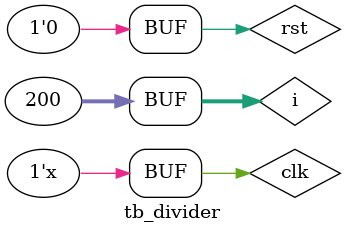
<source format=sv>
`timescale 1ns / 1ps


module tb_divider;

logic clk, rst, CLK_1_10th;

divider #(.MAX(10)) dut(clk, rst, CLK_1_10th);

always begin
    clk <= ~clk;
    #0.5;
end

integer i;

initial begin
    clk <= 0;
    rst <= 1;
    #1;
    rst <= 0;
    #2;
    for (i = 0; i < 200; i = i + 1) begin
        //$display("time: %02d; counter: %02d", $stime, count);
        #1;
    end
end

endmodule


</source>
